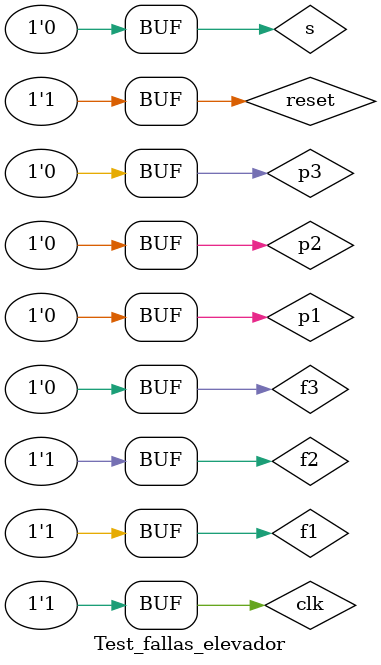
<source format=v>
`timescale 1ns / 1ps


module Test_fallas_elevador;

	// Inputs
	reg p1;
	reg p2;
	reg p3;
	reg f1;
	reg f2;
	reg f3;
	reg s;
	reg reset;
	reg clk;

	// Outputs
	wire [6:0] D_out;
	wire mup;
	wire mdw;
	wire [3:0] E_dis;
	wire [3:0] led;

	// Instantiate the Unit Under Test (UUT)
	Elevador_3pisos uut (
		.D_out(D_out), 
		.mup(mup), 
		.mdw(mdw), 
		.p1(p1), 
		.p2(p2), 
		.p3(p3), 
		.f1(f1), 
		.f2(f2), 
		.f3(f3), 
		.s(s), 
		.reset(reset), 
		.clk(clk), 
		.E_dis(E_dis), 
		.led(led)
	);

	initial begin
		// Initialize Inputs
		s = 0;
		p1 = 0;
		p2 = 0;
		p3 = 0;
		f1 = 1;
		f2 = 0;
		f3 = 0;
		reset = 0;
		#10;
		reset = 1;
		#100;//sensor de sobrepeso activo
		s = 1;
		#20;
		p1 = 1;
		#20;
		p1 = 0;
		p2 = 1;
		#20;
		p2 = 0;
		p3 = 1;
		#20;
		p3 = 0;
		s = 0;//sensor de sobrepeso desactivo
		#100; //llendo a piso 2 del 1 se activa F3
		p2 = 1;
		#20;
		f1=0;
		p2 = 0;
		#20;
		f3=1;
		#100;//reset sin estar en ningun piso 
		s = 0;
		p1 = 0;
		p2 = 0;
		p3 = 0;
		f1 = 0;
		f2 = 0;
		f3 = 0;
		reset = 0;
		#10;
		reset = 1;
		#100;//se lo lleva al piso 1 
		p1 = 1;
		#10;
		p1 = 0;
		#50;
		f1 = 1;//llega al piso 1
		#50;
		f2 = 1; //se activa indevidamente F2
		#100;//reset pero esta en piso 3 
		s = 0;
		p1 = 0;
		p2 = 0;
		p3 = 0;
		f1 = 0;
		f2 = 0;
		f3 = 1;
		reset = 0;
		#10;
		reset = 1;
		#100; //llendo a piso 3 al 2 se activa F1
		p2 = 1;
		#20;
		f3=0;
		#20;
		f1=1;
		#100;
		#100;//reset pero esta en piso 2
		s = 0;
		p1 = 0;
		p2 = 0;
		p3 = 0;
		f1 = 0;
		f2 = 1;
		f3 = 0;
		reset = 0;
		#10;
		reset = 1;
		#50;
		f1 = 1; //se activa indevidamente F1
	end
      
	//simulacion del clock
	   parameter PERIOD = 5;
   always begin
      clk= 1'b0;
      #(PERIOD/2) clk = 1'b1;
      #(PERIOD/2);
   end  
	//fin clock
	
endmodule


</source>
